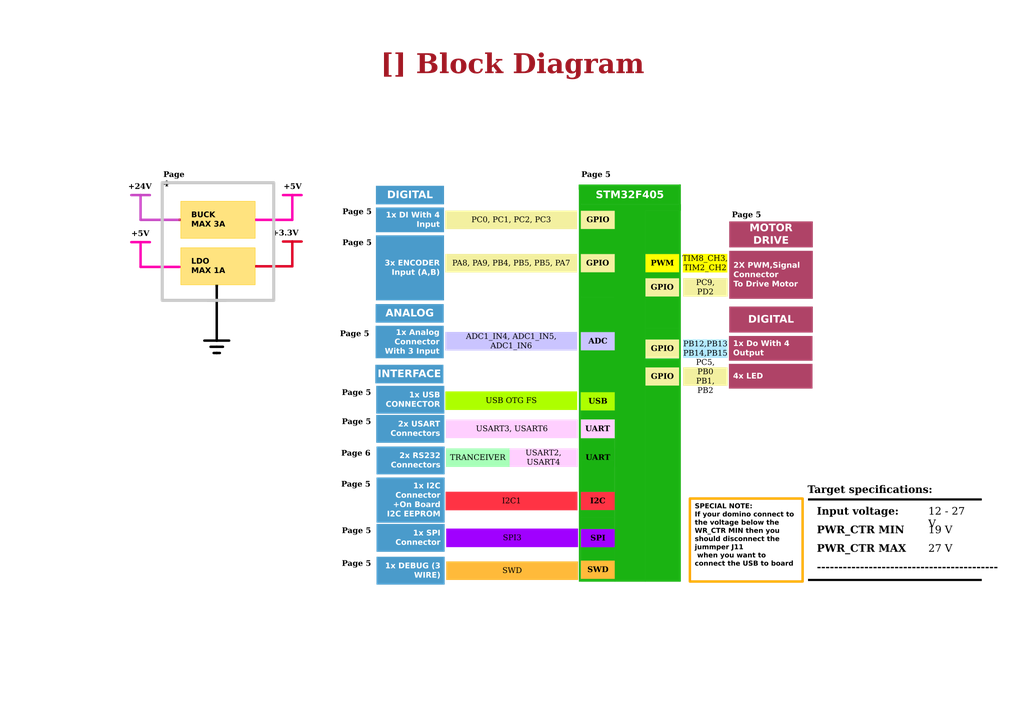
<source format=kicad_sch>
(kicad_sch
	(version 20231120)
	(generator "eeschema")
	(generator_version "8.0")
	(uuid "d4440dba-022e-49b2-97f2-6fc1871c7304")
	(paper "A3")
	(title_block
		(title "Block Diagram")
		(date "2024-11-24")
		(rev "${REVISION}")
		(company "${COMPANY}")
	)
	(lib_symbols)
	(polyline
		(pts
			(xy 119.888 99.06) (xy 116.078 99.06)
		)
		(stroke
			(width 1.016)
			(type default)
			(color 212 0 32 1)
		)
		(uuid "0ad822fe-b2bf-4728-8a43-796a70a9fcef")
	)
	(polyline
		(pts
			(xy 105.156 90.17) (xy 119.888 90.17)
		)
		(stroke
			(width 1.016)
			(type default)
			(color 255 0 171 1)
		)
		(uuid "0ed64fab-7c93-4b9e-8488-f7bf9ddb0328")
	)
	(polyline
		(pts
			(xy 88.9 139.7) (xy 93.98 139.7)
		)
		(stroke
			(width 1.016)
			(type default)
			(color 0 0 0 1)
		)
		(uuid "108b3f3d-7870-4a32-a39e-da98900ff511")
	)
	(polyline
		(pts
			(xy 57.658 100.076) (xy 57.658 109.474)
		)
		(stroke
			(width 1.016)
			(type default)
			(color 255 0 171 1)
		)
		(uuid "1777106b-889a-454f-a348-a633c84e0e33")
	)
	(polyline
		(pts
			(xy 119.888 80.01) (xy 116.078 80.01)
		)
		(stroke
			(width 1.016)
			(type default)
			(color 255 0 171 1)
		)
		(uuid "1b0d0315-6656-4680-af25-b250f62ec5f3")
	)
	(polyline
		(pts
			(xy 57.658 80.01) (xy 57.658 90.17)
		)
		(stroke
			(width 1.016)
			(type default)
			(color 198 71 194 1)
		)
		(uuid "21a79648-61f0-4be6-a4a4-b98eeda65143")
	)
	(polyline
		(pts
			(xy 119.888 99.06) (xy 119.888 109.22)
		)
		(stroke
			(width 1.016)
			(type default)
			(color 212 0 32 1)
		)
		(uuid "3a635095-522b-4f51-99df-2ea15d8aad82")
	)
	(polyline
		(pts
			(xy 90.17 144.78) (xy 88.9 144.78)
		)
		(stroke
			(width 1.016)
			(type default)
			(color 0 0 0 1)
		)
		(uuid "4843f438-0be6-4237-8e1d-81ed69202607")
	)
	(polyline
		(pts
			(xy 123.698 80.01) (xy 119.888 80.01)
		)
		(stroke
			(width 1.016)
			(type default)
			(color 255 0 171 1)
		)
		(uuid "5b1ffc3a-ecff-4205-9887-1fde1b3f29c7")
	)
	(polyline
		(pts
			(xy 83.82 139.7) (xy 88.9 139.7)
		)
		(stroke
			(width 1.016)
			(type default)
			(color 0 0 0 1)
		)
		(uuid "5c614747-4d35-44e5-a560-7918f1e9dd9d")
	)
	(polyline
		(pts
			(xy 73.66 109.474) (xy 57.658 109.474)
		)
		(stroke
			(width 1.016)
			(type default)
			(color 255 0 171 1)
		)
		(uuid "62f9a7d6-4a0e-4498-a7f9-88e0cf53b382")
	)
	(polyline
		(pts
			(xy 73.66 90.17) (xy 57.658 90.17)
		)
		(stroke
			(width 1.016)
			(type default)
			(color 198 71 194 1)
		)
		(uuid "734689b6-313b-4ec0-8e2e-e0b491f895c4")
	)
	(polyline
		(pts
			(xy 53.848 80.01) (xy 57.658 80.01)
		)
		(stroke
			(width 1.016)
			(type default)
			(color 198 71 194 1)
		)
		(uuid "7ae1c493-e7e4-4dbb-bb88-6bab6e4eaeb6")
	)
	(polyline
		(pts
			(xy 57.658 80.01) (xy 61.468 80.01)
		)
		(stroke
			(width 1.016)
			(type default)
			(color 198 71 194 1)
		)
		(uuid "8c32da8a-4531-44a0-8824-bbf140ba9e6a")
	)
	(polyline
		(pts
			(xy 88.9 117.348) (xy 88.9 139.7)
		)
		(stroke
			(width 1.016)
			(type default)
			(color 0 0 0 1)
		)
		(uuid "8f1e723c-cb46-42d5-9f0d-53653b347507")
	)
	(polyline
		(pts
			(xy 88.9 123.19) (xy 85.09 123.19)
		)
		(stroke
			(width 1.016)
			(type default)
			(color 0 0 0 1)
		)
		(uuid "906413a8-3629-4e1f-a212-33f5f54b8ca3")
	)
	(polyline
		(pts
			(xy 88.9 144.78) (xy 87.63 144.78)
		)
		(stroke
			(width 1.016)
			(type default)
			(color 0 0 0 1)
		)
		(uuid "9fd90c44-7057-4a26-a7ab-c33c5beb28e1")
	)
	(polyline
		(pts
			(xy 92.71 123.19) (xy 88.9 123.19)
		)
		(stroke
			(width 1.016)
			(type default)
			(color 0 0 0 1)
		)
		(uuid "a28c6aa9-e851-4c4a-a8b6-364b13034eaf")
	)
	(polyline
		(pts
			(xy 119.888 80.01) (xy 119.888 90.17)
		)
		(stroke
			(width 1.016)
			(type default)
			(color 255 0 171 1)
		)
		(uuid "a322456e-1e18-4992-b811-547b83e46d9a")
	)
	(polyline
		(pts
			(xy 123.698 99.06) (xy 119.888 99.06)
		)
		(stroke
			(width 1.016)
			(type default)
			(color 212 0 32 1)
		)
		(uuid "a97da915-ffc2-43ac-80c4-e7eb9cf7c5a5")
	)
	(polyline
		(pts
			(xy 53.848 99.314) (xy 57.658 99.314)
		)
		(stroke
			(width 1.016)
			(type default)
			(color 255 0 171 1)
		)
		(uuid "cb0f2604-a9f1-40b3-8ee1-51ab4d2592f4")
	)
	(polyline
		(pts
			(xy 91.44 142.24) (xy 88.9 142.24)
		)
		(stroke
			(width 1.016)
			(type default)
			(color 0 0 0 1)
		)
		(uuid "e812ef17-820a-4d51-ab4b-214bf4a7ff4f")
	)
	(polyline
		(pts
			(xy 105.156 109.22) (xy 119.888 109.22)
		)
		(stroke
			(width 1.016)
			(type default)
			(color 212 0 32 1)
		)
		(uuid "e98c2a4a-d187-46a2-8813-e5c9e3527045")
	)
	(polyline
		(pts
			(xy 88.9 142.24) (xy 86.36 142.24)
		)
		(stroke
			(width 1.016)
			(type default)
			(color 0 0 0 1)
		)
		(uuid "ecec9f07-c25e-4a64-8539-dbb99696f340")
	)
	(polyline
		(pts
			(xy 57.658 99.314) (xy 61.468 99.314)
		)
		(stroke
			(width 1.016)
			(type default)
			(color 255 0 171 1)
		)
		(uuid "fe4f51ec-7da7-431f-b0de-fc4410f6d67b")
	)
	(rectangle
		(start 104.775 108.839)
		(end 105.41 109.601)
		(stroke
			(width 0.25)
			(type default)
			(color 212 0 32 1)
		)
		(fill
			(type color)
			(color 212 0 32 1)
		)
		(uuid 0237e457-1554-43e7-a04a-9bbc304cb750)
	)
	(rectangle
		(start 237.998 143.764)
		(end 252.984 160.782)
		(stroke
			(width 0)
			(type default)
			(color 26 179 18 1)
		)
		(fill
			(type color)
			(color 26 179 18 1)
		)
		(uuid 05c43237-d989-46c7-a838-1fe3e687d325)
	)
	(rectangle
		(start 238.125 188.722)
		(end 252.095 201.676)
		(stroke
			(width 0)
			(type default)
			(color 26 179 18 1)
		)
		(fill
			(type color)
			(color 26 179 18 1)
		)
		(uuid 11dfa1b2-af66-453a-8513-a6600dc1ac86)
	)
	(rectangle
		(start 264.668 121.666)
		(end 278.638 134.62)
		(stroke
			(width 0)
			(type default)
			(color 26 179 18 1)
		)
		(fill
			(type color)
			(color 26 179 18 1)
		)
		(uuid 18d023c4-e3f0-46c9-87ca-5d30d9cdf2c3)
	)
	(rectangle
		(start 74.168 82.55)
		(end 104.648 97.79)
		(stroke
			(width 0)
			(type default)
			(color 255 200 0 0.5019607843)
		)
		(fill
			(type color)
			(color 255 200 0 0.5019607843)
		)
		(uuid 2d9051c0-06cf-4e3a-9d86-de06c0d33079)
	)
	(rectangle
		(start 73.406 89.789)
		(end 74.041 90.551)
		(stroke
			(width 0.25)
			(type default)
			(color 200 50 50 1)
		)
		(fill
			(type color)
			(color 200 50 50 1)
		)
		(uuid 3070d984-75bc-40bb-a077-beeef2510c95)
	)
	(rectangle
		(start 237.998 121.92)
		(end 253.492 130.556)
		(stroke
			(width 0)
			(type default)
			(color 26 179 18 1)
		)
		(fill
			(type color)
			(color 26 179 18 1)
		)
		(uuid 39c3df59-f9d6-4c44-9610-c14f06418e27)
	)
	(rectangle
		(start 264.668 158.242)
		(end 278.638 238.506)
		(stroke
			(width 0)
			(type default)
			(color 26 179 18 1)
		)
		(fill
			(type color)
			(color 26 179 18 1)
		)
		(uuid 3a6c1391-840d-4a80-9739-78b63fe94339)
	)
	(rectangle
		(start 237.998 129.032)
		(end 252.73 136.144)
		(stroke
			(width 0)
			(type default)
			(color 26 179 18 1)
		)
		(fill
			(type color)
			(color 26 179 18 1)
		)
		(uuid 421816ca-5f12-4e86-8e69-316b379c8971)
	)
	(rectangle
		(start 238.125 179.832)
		(end 252.095 188.722)
		(stroke
			(width 0)
			(type default)
			(color 26 179 18 1)
		)
		(fill
			(type color)
			(color 26 179 18 1)
		)
		(uuid 494e1b8b-bfab-4573-9a40-7671a745085d)
	)
	(rectangle
		(start 237.49 75.819)
		(end 278.892 77.724)
		(stroke
			(width 0.254)
			(type default)
			(color 26 179 18 1)
		)
		(fill
			(type color)
			(color 26 179 18 1)
		)
		(uuid 55bb8f5d-1716-457c-ab18-7887e7f79c32)
	)
	(rectangle
		(start 238.252 168.402)
		(end 253.238 171.958)
		(stroke
			(width 0)
			(type default)
			(color 26 179 18 1)
		)
		(fill
			(type color)
			(color 26 179 18 1)
		)
		(uuid 58f17e34-6a75-4b01-9888-de3e158f45ac)
	)
	(rectangle
		(start 238.125 209.296)
		(end 252.095 212.09)
		(stroke
			(width 0)
			(type default)
			(color 26 179 18 1)
		)
		(fill
			(type color)
			(color 26 179 18 1)
		)
		(uuid 71407ecb-5c3d-448e-87cf-b2dceee6f6d5)
	)
	(rectangle
		(start 264.668 147.066)
		(end 278.638 150.622)
		(stroke
			(width 0)
			(type default)
			(color 26 179 18 1)
		)
		(fill
			(type color)
			(color 26 179 18 1)
		)
		(uuid 7b00098c-493f-4a60-939b-e9006510ce9f)
	)
	(rectangle
		(start 237.998 111.76)
		(end 252.984 121.92)
		(stroke
			(width 0)
			(type default)
			(color 26 179 18 1)
		)
		(fill
			(type color)
			(color 26 179 18 1)
		)
		(uuid 7b3048d9-9f27-43c5-89d8-687bf1563aee)
	)
	(rectangle
		(start 278.638 75.692)
		(end 279.146 238.506)
		(stroke
			(width 0)
			(type default)
			(color 26 179 18 1)
		)
		(fill
			(type color)
			(color 26 179 18 1)
		)
		(uuid 82b7fc9f-5c53-4bad-ac33-36ff04086978)
	)
	(rectangle
		(start 331.47 237.49)
		(end 402.59 238.252)
		(stroke
			(width 0)
			(type default)
			(color 0 0 0 1)
		)
		(fill
			(type color)
			(color 0 0 0 1)
		)
		(uuid 8956a1c0-282a-4b1e-927b-8bc74278d14f)
	)
	(rectangle
		(start 238.252 224.536)
		(end 252.222 229.87)
		(stroke
			(width 0)
			(type default)
			(color 26 179 18 1)
		)
		(fill
			(type color)
			(color 26 179 18 1)
		)
		(uuid 8a491d94-8f65-4b93-aa4b-9768a08a8e19)
	)
	(rectangle
		(start 74.168 101.6)
		(end 104.648 116.84)
		(stroke
			(width 0)
			(type default)
			(color 255 200 0 0.5019607843)
		)
		(fill
			(type color)
			(color 255 200 0 0.5019607843)
		)
		(uuid a47826fc-526c-4a52-84ae-b6a04e3e3b0c)
	)
	(rectangle
		(start 237.998 83.82)
		(end 279.146 86.36)
		(stroke
			(width 0)
			(type default)
			(color 26 179 18 1)
		)
		(fill
			(type color)
			(color 26 179 18 1)
		)
		(uuid a952ed71-59f7-4034-9137-c9beed0052e5)
	)
	(rectangle
		(start 66.548 74.93)
		(end 112.268 123.19)
		(stroke
			(width 1.27)
			(type default)
			(color 200 200 200 1)
		)
		(fill
			(type none)
		)
		(uuid b5318274-8945-46d8-99fc-2fb62def5b67)
	)
	(rectangle
		(start 252.222 85.725)
		(end 264.668 238.506)
		(stroke
			(width 0)
			(type default)
			(color 26 179 18 1)
		)
		(fill
			(type color)
			(color 26 179 18 1)
		)
		(uuid b5912d90-a2e6-47a8-b37f-79df93690db6)
	)
	(rectangle
		(start 88.392 116.84)
		(end 89.408 117.602)
		(stroke
			(width 0.001)
			(type default)
			(color 0 0 0 1)
		)
		(fill
			(type color)
			(color 0 0 0 1)
		)
		(uuid b708d319-09b2-4d42-8c3b-186b2ae54113)
	)
	(rectangle
		(start 264.668 134.62)
		(end 278.638 139.192)
		(stroke
			(width 0)
			(type default)
			(color 26 179 18 1)
		)
		(fill
			(type color)
			(color 26 179 18 1)
		)
		(uuid bdbbf18e-6f1e-46bc-83ed-402e06ceb661)
	)
	(rectangle
		(start 264.668 111.76)
		(end 278.638 114.046)
		(stroke
			(width 0)
			(type default)
			(color 26 179 18 1)
		)
		(fill
			(type color)
			(color 26 179 18 1)
		)
		(uuid be3f6889-490c-44fa-9418-f01ed8476be7)
	)
	(rectangle
		(start 238.252 237.49)
		(end 252.222 238.506)
		(stroke
			(width 0)
			(type default)
			(color 26 179 18 1)
		)
		(fill
			(type color)
			(color 26 179 18 1)
		)
		(uuid cd2991a4-4406-4151-b254-070ddb08d189)
	)
	(rectangle
		(start 264.668 86.36)
		(end 278.638 104.14)
		(stroke
			(width 0)
			(type default)
			(color 26 179 18 1)
		)
		(fill
			(type color)
			(color 26 179 18 1)
		)
		(uuid cdf72398-0431-4b4b-8fdb-00fcbee68e2a)
	)
	(rectangle
		(start 331.47 204.47)
		(end 402.59 205.232)
		(stroke
			(width 0)
			(type default)
			(color 0 0 0 1)
		)
		(fill
			(type color)
			(color 0 0 0 1)
		)
		(uuid d631d51a-2515-45dc-a2c0-e57c4fee46cd)
	)
	(rectangle
		(start 237.49 75.946)
		(end 238.125 238.506)
		(stroke
			(width 0)
			(type default)
			(color 26 179 18 1)
		)
		(fill
			(type color)
			(color 26 179 18 1)
		)
		(uuid d92c43be-acae-42f6-9179-96820bcc6ef2)
	)
	(rectangle
		(start 104.775 89.789)
		(end 105.41 90.551)
		(stroke
			(width 0.25)
			(type default)
			(color 255 0 171 1)
		)
		(fill
			(type color)
			(color 255 0 171 1)
		)
		(uuid e7ce496d-41ff-4f99-ad4b-3310127e6767)
	)
	(rectangle
		(start 237.998 93.98)
		(end 252.984 104.14)
		(stroke
			(width 0)
			(type default)
			(color 26 179 18 1)
		)
		(fill
			(type color)
			(color 26 179 18 1)
		)
		(uuid f4ff3a95-a29b-44f5-99fe-90e2d6c5e225)
	)
	(rectangle
		(start 238.125 212.09)
		(end 252.095 216.916)
		(stroke
			(width 0)
			(type default)
			(color 26 179 18 1)
		)
		(fill
			(type color)
			(color 26 179 18 1)
		)
		(uuid f76ddc45-e65a-4922-ae69-b7ec11afb067)
	)
	(text_box "PWR_CTR MAX\n"
		(exclude_from_sim no)
		(at 332.74 220.98 0)
		(size 41.91 7.62)
		(stroke
			(width -0.0001)
			(type default)
		)
		(fill
			(type none)
		)
		(effects
			(font
				(face "Times New Roman")
				(size 3.048 3.048)
				(thickness 0.4572)
				(bold yes)
				(color 0 0 0 1)
			)
			(justify left top)
		)
		(uuid "094af17b-7d27-428a-ac7d-32c4461d72c7")
	)
	(text_box "LDO\nMAX 1A"
		(exclude_from_sim no)
		(at 76.708 104.14 0)
		(size 25.4 10.16)
		(stroke
			(width -0.0001)
			(type default)
		)
		(fill
			(type none)
		)
		(effects
			(font
				(face "Arial")
				(size 2.286 2.286)
				(thickness 0.254)
				(bold yes)
				(color 0 0 0 1)
			)
			(justify left top)
		)
		(uuid "09ba23be-b0e7-4b83-8609-d145cf0340f4")
	)
	(text_box "GPIO\n"
		(exclude_from_sim no)
		(at 237.998 104.14 0)
		(size 14.224 7.62)
		(stroke
			(width -0.0001)
			(type default)
		)
		(fill
			(type color)
			(color 243 240 160 1)
		)
		(effects
			(font
				(face "Times New Roman")
				(size 2.286 2.286)
				(bold yes)
				(color 0 0 0 1)
			)
		)
		(uuid "0aa0c4e1-070f-42df-94e3-eb4334e328f3")
	)
	(text_box "TRANCEIVER"
		(exclude_from_sim no)
		(at 182.88 183.896 0)
		(size 26.162 7.62)
		(stroke
			(width -0.0001)
			(type default)
		)
		(fill
			(type color)
			(color 167 255 184 1)
		)
		(effects
			(font
				(face "Times New Roman")
				(size 2.286 2.286)
				(italic yes)
				(color 0 0 0 1)
			)
		)
		(uuid "0ab5ede9-7258-463b-a28c-22e76d361197")
	)
	(text_box "GPIO"
		(exclude_from_sim no)
		(at 264.668 150.622 0)
		(size 13.97 7.62)
		(stroke
			(width -0.0001)
			(type default)
		)
		(fill
			(type color)
			(color 243 240 160 1)
		)
		(effects
			(font
				(face "Times New Roman")
				(size 2.286 2.286)
				(bold yes)
				(color 0 0 0 1)
			)
		)
		(uuid "10800525-1f85-4d6d-8e08-6c99b303cda7")
	)
	(text_box "Page 6"
		(exclude_from_sim no)
		(at 135.89 182.88 0)
		(size 17.78 5.08)
		(stroke
			(width -0.0001)
			(type default)
		)
		(fill
			(type none)
		)
		(effects
			(font
				(face "Times New Roman")
				(size 2.286 2.286)
				(thickness 0.4572)
				(bold yes)
				(color 0 0 0 1)
			)
			(justify right top)
			(href "#6")
		)
		(uuid "11634a3b-e86a-429f-9e7f-632bf4472d58")
	)
	(text_box "PWR_CTR MIN"
		(exclude_from_sim no)
		(at 332.74 213.36 0)
		(size 43.18 7.62)
		(stroke
			(width -0.0001)
			(type default)
		)
		(fill
			(type none)
		)
		(effects
			(font
				(face "Times New Roman")
				(size 3.048 3.048)
				(thickness 0.4572)
				(bold yes)
				(color 0 0 0 1)
			)
			(justify left top)
		)
		(uuid "16ff5c12-a59a-498f-9a58-8440cea84b9d")
	)
	(text_box "PA8, PA9, PB4, PB5, PB5, PA7\n"
		(exclude_from_sim no)
		(at 182.626 104.14 0)
		(size 54.102 7.62)
		(stroke
			(width -0.0001)
			(type default)
		)
		(fill
			(type color)
			(color 243 240 160 1)
		)
		(effects
			(font
				(face "Times New Roman")
				(size 2.286 2.286)
				(italic yes)
				(color 0 0 0 1)
			)
		)
		(uuid "1987247e-db63-4ffa-a72e-634d9843c64c")
	)
	(text_box "STM32F405\n"
		(exclude_from_sim no)
		(at 237.998 76.2 0)
		(size 40.64 7.62)
		(stroke
			(width -0.0001)
			(type default)
		)
		(fill
			(type color)
			(color 26 179 18 1)
		)
		(effects
			(font
				(face "Arial")
				(size 3.048 3.048)
				(bold yes)
				(color 255 255 255 1)
			)
		)
		(uuid "1d0d83c3-74d6-4a1f-8c3f-65fbe3fb5ec9")
	)
	(text_box "USART3, USART6"
		(exclude_from_sim no)
		(at 182.88 172.085 0)
		(size 54.102 7.62)
		(stroke
			(width -0.0001)
			(type default)
		)
		(fill
			(type color)
			(color 255 207 255 1)
		)
		(effects
			(font
				(face "Times New Roman")
				(size 2.286 2.286)
				(italic yes)
				(color 0 0 0 1)
			)
		)
		(uuid "205684f9-9b3f-4aef-bbd6-2a2cbf506b65")
	)
	(text_box "PC5, PB0\nPB1, PB2"
		(exclude_from_sim no)
		(at 280.162 150.622 0)
		(size 18.288 7.62)
		(stroke
			(width -0.0001)
			(type default)
		)
		(fill
			(type color)
			(color 243 240 160 1)
		)
		(effects
			(font
				(face "Times New Roman")
				(size 2.286 2.286)
				(italic yes)
				(color 0 0 0 1)
			)
		)
		(uuid "2767669b-e7e4-44c9-892c-40996affcd9d")
	)
	(text_box "GPIO\n"
		(exclude_from_sim no)
		(at 237.998 86.36 0)
		(size 14.478 7.62)
		(stroke
			(width -0.0001)
			(type default)
		)
		(fill
			(type color)
			(color 243 240 160 1)
		)
		(effects
			(font
				(face "Times New Roman")
				(size 2.286 2.286)
				(bold yes)
				(color 0 0 0 1)
			)
		)
		(uuid "29f18459-3b0c-4e53-a96d-cae677d37f45")
	)
	(text_box "1x I2C Connector +On Board \nI2C EEPROM"
		(exclude_from_sim no)
		(at 154.432 195.834 0)
		(size 27.94 18.542)
		(stroke
			(width -0.0001)
			(type default)
		)
		(fill
			(type color)
			(color 74 155 203 1)
		)
		(effects
			(font
				(face "Arial")
				(size 2.286 2.286)
				(bold yes)
				(color 255 255 255 1)
			)
			(justify right)
		)
		(uuid "2aca9bcf-9458-4a2f-afe4-b75d7388a3c6")
	)
	(text_box "Page 5"
		(exclude_from_sim no)
		(at 298.45 85.09 0)
		(size 17.78 5.08)
		(stroke
			(width -0.0001)
			(type default)
		)
		(fill
			(type none)
		)
		(effects
			(font
				(face "Times New Roman")
				(size 2.286 2.286)
				(thickness 0.4572)
				(bold yes)
				(color 0 0 0 1)
			)
			(justify left top)
			(href "#5")
		)
		(uuid "2c748904-640a-4790-9cd3-81e6145a1f3e")
	)
	(text_box "TIM8_CH3, TIM2_CH2"
		(exclude_from_sim no)
		(at 280.035 104.14 0)
		(size 18.288 7.62)
		(stroke
			(width -0.0001)
			(type default)
		)
		(fill
			(type color)
			(color 255 255 0 1)
		)
		(effects
			(font
				(face "Times New Roman")
				(size 2.286 2.286)
				(italic yes)
				(color 0 0 0 1)
			)
		)
		(uuid "2eccac48-a697-4b98-a3f1-dcbeefca3094")
	)
	(text_box "2x USART Connectors\n"
		(exclude_from_sim no)
		(at 154.305 170.18 0)
		(size 27.94 11.43)
		(stroke
			(width -0.0001)
			(type default)
		)
		(fill
			(type color)
			(color 74 155 203 1)
		)
		(effects
			(font
				(face "Arial")
				(size 2.286 2.286)
				(bold yes)
				(color 255 255 255 1)
			)
			(justify right)
		)
		(uuid "32c23ccc-fabe-4f57-b4c2-3fe0bf86adec")
	)
	(text_box "Input voltage:"
		(exclude_from_sim no)
		(at 332.74 205.74 0)
		(size 41.91 7.62)
		(stroke
			(width -0.0001)
			(type default)
		)
		(fill
			(type none)
		)
		(effects
			(font
				(face "Times New Roman")
				(size 3.048 3.048)
				(thickness 0.4572)
				(bold yes)
				(color 0 0 0 1)
			)
			(justify left top)
		)
		(uuid "347e7e61-7c93-449c-8c65-b1d74937394e")
	)
	(text_box "PC0, PC1, PC2, PC3"
		(exclude_from_sim no)
		(at 182.626 86.36 0)
		(size 54.102 7.62)
		(stroke
			(width -0.0001)
			(type default)
		)
		(fill
			(type color)
			(color 243 240 160 1)
		)
		(effects
			(font
				(face "Times New Roman")
				(size 2.286 2.286)
				(italic yes)
				(color 0 0 0 1)
			)
		)
		(uuid "34f97dad-9bc3-424e-b006-bedf003458aa")
	)
	(text_box "UART"
		(exclude_from_sim no)
		(at 238.252 183.896 0)
		(size 13.97 7.62)
		(stroke
			(width -0.0001)
			(type default)
		)
		(fill
			(type color)
			(color 255 207 255 1)
		)
		(effects
			(font
				(face "Times New Roman")
				(size 2.286 2.286)
				(bold yes)
				(color 0 0 0 1)
			)
		)
		(uuid "37b1bdd7-5c22-4851-8809-88078941cf89")
	)
	(text_box "19 V\n"
		(exclude_from_sim no)
		(at 378.46 213.36 0)
		(size 24.13 7.62)
		(stroke
			(width -0.0001)
			(type default)
		)
		(fill
			(type none)
		)
		(effects
			(font
				(face "Times New Roman")
				(size 3.048 3.048)
				(color 0 0 0 1)
			)
			(justify left top)
		)
		(uuid "3d9a8928-04fd-4c32-8894-e3210045027d")
	)
	(text_box "SWD\n"
		(exclude_from_sim no)
		(at 238.252 229.87 0)
		(size 13.97 7.62)
		(stroke
			(width -0.0001)
			(type default)
		)
		(fill
			(type color)
			(color 255 186 58 1)
		)
		(effects
			(font
				(face "Times New Roman")
				(size 2.286 2.286)
				(bold yes)
				(color 0 0 0 1)
			)
		)
		(uuid "3e82098d-ddf6-486c-af3a-c2d9d5381d08")
	)
	(text_box "PC9, PD2\n"
		(exclude_from_sim no)
		(at 280.162 114.046 0)
		(size 18.288 7.62)
		(stroke
			(width -0.0001)
			(type default)
		)
		(fill
			(type color)
			(color 243 240 160 1)
		)
		(effects
			(font
				(face "Times New Roman")
				(size 2.286 2.286)
				(italic yes)
				(color 0 0 0 1)
			)
		)
		(uuid "414ca253-2d2a-4700-82fd-614834cc1332")
	)
	(text_box "1x Analog Connector\nWith 3 Input"
		(exclude_from_sim no)
		(at 154.051 133.604 0)
		(size 27.94 13.335)
		(stroke
			(width -0.0001)
			(type default)
		)
		(fill
			(type color)
			(color 74 155 203 1)
		)
		(effects
			(font
				(face "Arial")
				(size 2.286 2.286)
				(bold yes)
				(color 255 255 255 1)
			)
			(justify right)
		)
		(uuid "4299d747-90ff-4a47-9b32-97c12f9ab979")
	)
	(text_box "ADC1_IN4, ADC1_IN5, ADC1_IN6\n"
		(exclude_from_sim no)
		(at 182.626 136.144 0)
		(size 54.102 7.62)
		(stroke
			(width -0.0001)
			(type default)
		)
		(fill
			(type color)
			(color 202 196 255 1)
		)
		(effects
			(font
				(face "Times New Roman")
				(size 2.286 2.286)
				(italic yes)
				(color 0 0 0 1)
			)
		)
		(uuid "4be2fbb4-9521-4c43-b13b-45298595a8b7")
	)
	(text_box "MOTOR DRIVE"
		(exclude_from_sim no)
		(at 299.085 90.805 0)
		(size 34.29 10.668)
		(stroke
			(width -0.0001)
			(type default)
		)
		(fill
			(type color)
			(color 175 67 103 1)
		)
		(effects
			(font
				(face "Arial")
				(size 3.048 3.048)
				(bold yes)
				(color 255 255 255 1)
			)
		)
		(uuid "50f90389-4852-4d94-a1e5-f12357304e05")
	)
	(text_box "1x DEBUG (3 WIRE)\n"
		(exclude_from_sim no)
		(at 154.432 228.346 0)
		(size 27.94 11.43)
		(stroke
			(width -0.0001)
			(type default)
		)
		(fill
			(type color)
			(color 74 155 203 1)
		)
		(effects
			(font
				(face "Arial")
				(size 2.286 2.286)
				(bold yes)
				(color 255 255 255 1)
			)
			(justify right)
		)
		(uuid "5312d14f-3d7a-49fa-b721-68ada6f720fe")
	)
	(text_box "SPI"
		(exclude_from_sim no)
		(at 238.252 216.916 0)
		(size 13.97 7.62)
		(stroke
			(width -0.0001)
			(type default)
		)
		(fill
			(type color)
			(color 160 0 255 1)
		)
		(effects
			(font
				(face "Times New Roman")
				(size 2.286 2.286)
				(bold yes)
				(color 0 0 0 1)
			)
		)
		(uuid "56a54df9-a89e-4fb1-b2ff-4706a88dc235")
	)
	(text_box "1x DI With 4 Input"
		(exclude_from_sim no)
		(at 154.178 85.09 0)
		(size 27.94 10.16)
		(stroke
			(width -0.0001)
			(type default)
		)
		(fill
			(type color)
			(color 74 155 203 1)
		)
		(effects
			(font
				(face "Arial")
				(size 2.286 2.286)
				(bold yes)
				(color 255 255 255 1)
			)
			(justify right)
		)
		(uuid "5a2e6555-9060-4d4a-9a34-a05560ac30d8")
	)
	(text_box "SWD"
		(exclude_from_sim no)
		(at 183.007 230.251 0)
		(size 54.102 7.62)
		(stroke
			(width -0.0001)
			(type default)
		)
		(fill
			(type color)
			(color 255 186 58 1)
		)
		(effects
			(font
				(face "Times New Roman")
				(size 2.286 2.286)
				(italic yes)
				(color 0 0 0 1)
			)
		)
		(uuid "5bab6e89-c938-4d61-bf2a-408dd177d067")
	)
	(text_box "1x SPI Connector"
		(exclude_from_sim no)
		(at 154.432 214.884 0)
		(size 27.94 11.43)
		(stroke
			(width -0.0001)
			(type default)
		)
		(fill
			(type color)
			(color 74 155 203 1)
		)
		(effects
			(font
				(face "Arial")
				(size 2.286 2.286)
				(bold yes)
				(color 255 255 255 1)
			)
			(justify right)
		)
		(uuid "5ea8c1a9-b47e-4d29-adf2-38db4f59b1bb")
	)
	(text_box "4x LED"
		(exclude_from_sim no)
		(at 298.958 149.225 0)
		(size 34.29 10.16)
		(stroke
			(width -0.0001)
			(type default)
		)
		(fill
			(type color)
			(color 175 67 103 1)
		)
		(effects
			(font
				(face "Arial")
				(size 2.286 2.286)
				(bold yes)
				(color 255 255 255 1)
			)
			(justify left)
		)
		(uuid "5f14182b-c93f-4d15-9db7-1a029aadad7b")
	)
	(text_box "USART2, USART4\n"
		(exclude_from_sim no)
		(at 208.788 183.896 0)
		(size 28.194 7.62)
		(stroke
			(width -0.0001)
			(type default)
		)
		(fill
			(type color)
			(color 255 207 255 1)
		)
		(effects
			(font
				(face "Times New Roman")
				(size 2.286 2.286)
				(italic yes)
				(color 0 0 0 1)
			)
		)
		(uuid "68f3c9be-ffcd-4aa1-b953-9e4b330566d2")
	)
	(text_box "2X PWM,Signal Connector\nTo Drive Motor"
		(exclude_from_sim no)
		(at 299.085 102.87 0)
		(size 34.29 19.685)
		(stroke
			(width -0.0001)
			(type default)
		)
		(fill
			(type color)
			(color 175 67 103 1)
		)
		(effects
			(font
				(face "Arial")
				(size 2.286 2.286)
				(bold yes)
				(color 255 255 255 1)
			)
			(justify left)
		)
		(uuid "6f80972b-0868-4998-bb39-1d5e548cee7c")
	)
	(text_box "Page 5\n"
		(exclude_from_sim no)
		(at 136.144 157.988 0)
		(size 17.78 5.08)
		(stroke
			(width -0.0001)
			(type default)
		)
		(fill
			(type none)
		)
		(effects
			(font
				(face "Times New Roman")
				(size 2.286 2.286)
				(thickness 0.4572)
				(bold yes)
				(color 0 0 0 1)
			)
			(justify right top)
			(href "#5")
		)
		(uuid "70daffc3-2070-4337-a103-7fe084f5ffc1")
	)
	(text_box "[${#}] ${TITLE}"
		(exclude_from_sim no)
		(at 144.78 20.32 0)
		(size 130.81 12.7)
		(stroke
			(width -0.0001)
			(type default)
		)
		(fill
			(type none)
		)
		(effects
			(font
				(face "Times New Roman")
				(size 8 8)
				(thickness 1.2)
				(bold yes)
				(color 162 22 34 1)
			)
		)
		(uuid "73b2b29c-2473-4e80-be0b-4f57c6856c3e")
	)
	(text_box "Page 5\n"
		(exclude_from_sim no)
		(at 135.89 195.58 0)
		(size 17.78 5.08)
		(stroke
			(width -0.0001)
			(type default)
		)
		(fill
			(type none)
		)
		(effects
			(font
				(face "Times New Roman")
				(size 2.286 2.286)
				(thickness 0.4572)
				(bold yes)
				(color 0 0 0 1)
			)
			(justify right top)
			(href "#5")
		)
		(uuid "79d66000-4d4a-4ad9-8157-fdbb674fd24d")
	)
	(text_box "Page 4\n"
		(exclude_from_sim no)
		(at 65.278 68.58 0)
		(size 13.97 5.08)
		(stroke
			(width -0.0001)
			(type default)
		)
		(fill
			(type none)
		)
		(effects
			(font
				(face "Times New Roman")
				(size 2.286 2.286)
				(thickness 0.4572)
				(bold yes)
				(color 0 0 0 1)
			)
			(justify left top)
			(href "#4")
		)
		(uuid "7d0acf89-7773-4e7f-ac89-c1f23d71a151")
	)
	(text_box "Page 5\n"
		(exclude_from_sim no)
		(at 135.382 133.858 0)
		(size 17.78 5.08)
		(stroke
			(width -0.0001)
			(type default)
		)
		(fill
			(type none)
		)
		(effects
			(font
				(face "Times New Roman")
				(size 2.286 2.286)
				(thickness 0.4572)
				(bold yes)
				(color 0 0 0 1)
			)
			(justify right top)
			(href "#5")
		)
		(uuid "7e1549f9-ed1a-486d-b663-7ab14f355318")
	)
	(text_box "Target specifications:"
		(exclude_from_sim no)
		(at 328.93 196.85 0)
		(size 73.66 7.62)
		(stroke
			(width -0.0001)
			(type default)
		)
		(fill
			(type none)
		)
		(effects
			(font
				(face "Times New Roman")
				(size 3.048 3.048)
				(thickness 0.4572)
				(bold yes)
				(color 0 0 0 1)
			)
			(justify left top)
		)
		(uuid "874bfc99-fafe-40d4-b7af-9ddb98b61eea")
	)
	(text_box "SPI3\n"
		(exclude_from_sim no)
		(at 183.007 216.789 0)
		(size 54.102 7.62)
		(stroke
			(width -0.0001)
			(type default)
		)
		(fill
			(type color)
			(color 160 0 255 1)
		)
		(effects
			(font
				(face "Times New Roman")
				(size 2.286 2.286)
				(italic yes)
				(color 0 0 0 1)
			)
		)
		(uuid "8a528ec0-8301-44e4-8e24-2dca94e7dd01")
	)
	(text_box "2x RS232 Connectors\n"
		(exclude_from_sim no)
		(at 154.432 183.134 0)
		(size 27.94 11.43)
		(stroke
			(width -0.0001)
			(type default)
		)
		(fill
			(type color)
			(color 74 155 203 1)
		)
		(effects
			(font
				(face "Arial")
				(size 2.286 2.286)
				(bold yes)
				(color 255 255 255 1)
			)
			(justify right)
		)
		(uuid "8aca2ad9-72ae-4f18-b3f5-14cc29ff085e")
	)
	(text_box "27 V\n"
		(exclude_from_sim no)
		(at 378.46 220.98 0)
		(size 24.13 7.62)
		(stroke
			(width -0.0001)
			(type default)
		)
		(fill
			(type none)
		)
		(effects
			(font
				(face "Times New Roman")
				(size 3.048 3.048)
				(color 0 0 0 1)
			)
			(justify left top)
		)
		(uuid "8d13c5b4-c5e0-49ad-8e30-5a14333c15f4")
	)
	(text_box "ADC"
		(exclude_from_sim no)
		(at 238.252 136.144 0)
		(size 13.97 7.62)
		(stroke
			(width -0.0001)
			(type default)
		)
		(fill
			(type color)
			(color 202 196 255 1)
		)
		(effects
			(font
				(face "Times New Roman")
				(size 2.286 2.286)
				(bold yes)
				(color 0 0 0 1)
			)
		)
		(uuid "8d5e3fa3-e0ae-46de-9bca-be5f9d003da2")
	)
	(text_box "Page 5\n"
		(exclude_from_sim no)
		(at 136.144 228.092 0)
		(size 17.78 5.08)
		(stroke
			(width -0.0001)
			(type default)
		)
		(fill
			(type none)
		)
		(effects
			(font
				(face "Times New Roman")
				(size 2.286 2.286)
				(thickness 0.4572)
				(bold yes)
				(color 0 0 0 1)
			)
			(justify right top)
			(href "#5")
		)
		(uuid "901efec2-2f09-49ee-b3ad-d771b572ffc0")
	)
	(text_box "DIGITAL"
		(exclude_from_sim no)
		(at 299.085 125.73 0)
		(size 34.29 10.668)
		(stroke
			(width -0.0001)
			(type default)
		)
		(fill
			(type color)
			(color 175 67 103 1)
		)
		(effects
			(font
				(face "Arial")
				(size 3.048 3.048)
				(bold yes)
				(color 255 255 255 1)
			)
		)
		(uuid "94ad071d-b9e3-47be-88ff-616468362195")
	)
	(text_box "Page 5"
		(exclude_from_sim no)
		(at 136.398 83.82 0)
		(size 17.78 5.08)
		(stroke
			(width -0.0001)
			(type default)
		)
		(fill
			(type none)
		)
		(effects
			(font
				(face "Times New Roman")
				(size 2.286 2.286)
				(thickness 0.4572)
				(bold yes)
				(color 0 0 0 1)
			)
			(justify right top)
			(href "#5")
		)
		(uuid "9e4a510b-5c75-46a6-9e6e-397aa68ebd40")
	)
	(text_box "SPECIAL NOTE:\nIf your domino connect to the voltage below the WR_CTR MIN then you should disconnect the jummper J11\n when you want to connect the USB to board\n"
		(exclude_from_sim no)
		(at 282.956 204.47 0)
		(size 46.228 34.036)
		(stroke
			(width 1)
			(type solid)
			(color 255 165 0 1)
		)
		(fill
			(type none)
		)
		(effects
			(font
				(face "Arial")
				(size 2 2)
				(thickness 0.4)
				(bold yes)
				(color 0 0 0 1)
			)
			(justify left top)
		)
		(uuid "a3b69e57-cc97-464b-82b9-21a428f8448e")
	)
	(text_box "Page 5\n"
		(exclude_from_sim no)
		(at 136.144 214.63 0)
		(size 17.78 5.08)
		(stroke
			(width -0.0001)
			(type default)
		)
		(fill
			(type none)
		)
		(effects
			(font
				(face "Times New Roman")
				(size 2.286 2.286)
				(thickness 0.4572)
				(bold yes)
				(color 0 0 0 1)
			)
			(justify right top)
			(href "#5")
		)
		(uuid "a5bea9ce-72c2-4c8c-9b20-35eabeedabac")
	)
	(text_box "DIGITAL"
		(exclude_from_sim no)
		(at 154.178 76.2 0)
		(size 27.94 7.62)
		(stroke
			(width -0.0001)
			(type default)
		)
		(fill
			(type color)
			(color 74 155 203 1)
		)
		(effects
			(font
				(face "Arial")
				(size 3.048 3.048)
				(bold yes)
				(color 255 255 255 1)
			)
		)
		(uuid "a5dfea43-92a3-4c4a-a914-eb784ef96d73")
	)
	(text_box "GPIO\n"
		(exclude_from_sim no)
		(at 264.668 114.046 0)
		(size 13.843 7.62)
		(stroke
			(width -0.0001)
			(type default)
		)
		(fill
			(type color)
			(color 243 240 160 1)
		)
		(effects
			(font
				(face "Times New Roman")
				(size 2.286 2.286)
				(bold yes)
				(color 0 0 0 1)
			)
		)
		(uuid "a64972cf-ab13-4052-836f-c2d3c034cd81")
	)
	(text_box "INTERFACE\n"
		(exclude_from_sim no)
		(at 153.924 149.606 0)
		(size 27.94 7.62)
		(stroke
			(width -0.0001)
			(type default)
		)
		(fill
			(type color)
			(color 74 155 203 1)
		)
		(effects
			(font
				(face "Arial")
				(size 3.048 3.048)
				(bold yes)
				(color 255 255 255 1)
			)
		)
		(uuid "a690b235-d091-425e-9f02-a695169aa575")
	)
	(text_box "12 - 27 V"
		(exclude_from_sim no)
		(at 378.46 205.74 0)
		(size 24.13 7.62)
		(stroke
			(width -0.0001)
			(type default)
		)
		(fill
			(type none)
		)
		(effects
			(font
				(face "Times New Roman")
				(size 3.048 3.048)
				(color 0 0 0 1)
			)
			(justify left top)
		)
		(uuid "aa388299-5267-444a-a70f-fbbbf3a9efdc")
	)
	(text_box "UART"
		(exclude_from_sim no)
		(at 238.125 172.085 0)
		(size 13.97 7.62)
		(stroke
			(width -0.0001)
			(type default)
		)
		(fill
			(type color)
			(color 255 207 255 1)
		)
		(effects
			(font
				(face "Times New Roman")
				(size 2.286 2.286)
				(bold yes)
				(color 0 0 0 1)
			)
		)
		(uuid "ab21cef4-7adc-4acc-bdaa-b46c7f774ce6")
	)
	(text_box "GPIO"
		(exclude_from_sim no)
		(at 264.668 139.192 0)
		(size 13.97 7.62)
		(stroke
			(width -0.0001)
			(type default)
		)
		(fill
			(type color)
			(color 243 240 160 1)
		)
		(effects
			(font
				(face "Times New Roman")
				(size 2.286 2.286)
				(bold yes)
				(color 0 0 0 1)
			)
		)
		(uuid "b25023e5-acfa-4102-bb80-efad95c74d40")
	)
	(text_box "I2C"
		(exclude_from_sim no)
		(at 238.125 201.676 0)
		(size 14.097 7.62)
		(stroke
			(width -0.0001)
			(type default)
		)
		(fill
			(type color)
			(color 255 51 68 1)
		)
		(effects
			(font
				(face "Times New Roman")
				(size 2.286 2.286)
				(bold yes)
				(color 0 0 0 1)
			)
		)
		(uuid "b9dd08ab-ef93-4f46-aae8-fdb4b0dc26b7")
	)
	(text_box "USB\n"
		(exclude_from_sim no)
		(at 238.252 160.782 0)
		(size 13.97 7.62)
		(stroke
			(width -0.0001)
			(type default)
		)
		(fill
			(type color)
			(color 173 255 0 1)
		)
		(effects
			(font
				(face "Times New Roman")
				(size 2.286 2.286)
				(bold yes)
				(color 0 0 0 1)
			)
		)
		(uuid "cde8569a-1483-4100-812a-58d13799236e")
	)
	(text_box "PB12,PB13\nPB14,PB15"
		(exclude_from_sim no)
		(at 280.162 139.192 0)
		(size 18.288 7.62)
		(stroke
			(width -0.0001)
			(type default)
		)
		(fill
			(type color)
			(color 178 232 255 1)
		)
		(effects
			(font
				(face "Times New Roman")
				(size 2.286 2.286)
				(italic yes)
				(color 0 0 0 1)
			)
		)
		(uuid "ce8d5aa2-32fa-41ab-879e-c8a14b311e71")
	)
	(text_box "1x USB CONNECTOR\n"
		(exclude_from_sim no)
		(at 154.305 158.242 0)
		(size 27.94 11.43)
		(stroke
			(width -0.0001)
			(type default)
		)
		(fill
			(type color)
			(color 74 155 203 1)
		)
		(effects
			(font
				(face "Arial")
				(size 2.286 2.286)
				(bold yes)
				(color 255 255 255 1)
			)
			(justify right)
		)
		(uuid "df3ff3aa-248b-47ab-af5b-5801d7659aac")
	)
	(text_box "USB OTG FS\n"
		(exclude_from_sim no)
		(at 182.626 160.528 0)
		(size 54.102 7.62)
		(stroke
			(width -0.0001)
			(type default)
		)
		(fill
			(type color)
			(color 173 255 0 1)
		)
		(effects
			(font
				(face "Times New Roman")
				(size 2.286 2.286)
				(italic yes)
				(color 0 0 0 1)
			)
		)
		(uuid "e1f1dccc-2ba7-4ef5-b613-1546005415b4")
	)
	(text_box "PWM"
		(exclude_from_sim no)
		(at 264.668 104.14 0)
		(size 13.97 7.62)
		(stroke
			(width -0.0001)
			(type default)
		)
		(fill
			(type color)
			(color 255 255 0 1)
		)
		(effects
			(font
				(face "Times New Roman")
				(size 2.286 2.286)
				(bold yes)
				(color 0 0 0 1)
			)
		)
		(uuid "e2d08c91-25de-4e80-a665-a7cd6ec63101")
	)
	(text_box "Page 5"
		(exclude_from_sim no)
		(at 236.728 68.58 0)
		(size 24.765 5.08)
		(stroke
			(width -0.0001)
			(type default)
		)
		(fill
			(type none)
		)
		(effects
			(font
				(face "Times New Roman")
				(size 2.286 2.286)
				(thickness 0.4572)
				(bold yes)
				(color 0 0 0 1)
			)
			(justify left top)
			(href "#5")
		)
		(uuid "e8b722a7-e885-4392-8585-c14113718643")
	)
	(text_box "Page 5"
		(exclude_from_sim no)
		(at 136.398 96.52 0)
		(size 17.78 5.08)
		(stroke
			(width -0.0001)
			(type default)
		)
		(fill
			(type none)
		)
		(effects
			(font
				(face "Times New Roman")
				(size 2.286 2.286)
				(thickness 0.4572)
				(bold yes)
				(color 0 0 0 1)
			)
			(justify right top)
			(href "#5")
		)
		(uuid "ed339cec-4d03-443c-9621-bdc36e032f0f")
	)
	(text_box "3x ENCODER Input (A,B)"
		(exclude_from_sim no)
		(at 154.178 96.52 0)
		(size 27.94 26.67)
		(stroke
			(width -0.0001)
			(type default)
		)
		(fill
			(type color)
			(color 74 155 203 1)
		)
		(effects
			(font
				(face "Arial")
				(size 2.286 2.286)
				(bold yes)
				(color 255 255 255 1)
			)
			(justify right)
		)
		(uuid "ed5022fd-7df6-48a2-9346-7cffbd945cc2")
	)
	(text_box "ANALOG\n"
		(exclude_from_sim no)
		(at 154.051 124.714 0)
		(size 27.94 7.62)
		(stroke
			(width -0.0001)
			(type default)
		)
		(fill
			(type color)
			(color 74 155 203 1)
		)
		(effects
			(font
				(face "Arial")
				(size 3.048 3.048)
				(bold yes)
				(color 255 255 255 1)
			)
		)
		(uuid "f707aa20-8365-474a-87d5-4d02dac6d32e")
	)
	(text_box "I2C1"
		(exclude_from_sim no)
		(at 182.753 201.676 0)
		(size 54.102 7.62)
		(stroke
			(width -0.0001)
			(type default)
		)
		(fill
			(type color)
			(color 255 51 68 1)
		)
		(effects
			(font
				(face "Times New Roman")
				(size 2.286 2.286)
				(italic yes)
				(color 0 0 0 1)
			)
		)
		(uuid "f71e6035-d18a-4ba9-88bb-1d5b4c2f877c")
	)
	(text_box "------------------------------------------"
		(exclude_from_sim no)
		(at 332.74 228.6 0)
		(size 44.45 7.62)
		(stroke
			(width -0.0001)
			(type default)
		)
		(fill
			(type none)
		)
		(effects
			(font
				(face "Times New Roman")
				(size 3.048 3.048)
				(thickness 0.4572)
				(bold yes)
				(color 0 0 0 1)
			)
			(justify left top)
		)
		(uuid "f73ecd5d-28d4-4dc6-ad8d-2c156959b733")
	)
	(text_box "BUCK\nMAX 3A"
		(exclude_from_sim no)
		(at 76.708 85.09 0)
		(size 25.4 10.16)
		(stroke
			(width -0.0001)
			(type default)
		)
		(fill
			(type none)
		)
		(effects
			(font
				(face "Arial")
				(size 2.286 2.286)
				(thickness 0.254)
				(bold yes)
				(color 0 0 0 1)
			)
			(justify left top)
		)
		(uuid "fa5980b9-e4f3-4da8-ab01-e73489c1ad9d")
	)
	(text_box "Page 5\n"
		(exclude_from_sim no)
		(at 136.144 169.926 0)
		(size 17.78 5.08)
		(stroke
			(width -0.0001)
			(type default)
		)
		(fill
			(type none)
		)
		(effects
			(font
				(face "Times New Roman")
				(size 2.286 2.286)
				(thickness 0.4572)
				(bold yes)
				(color 0 0 0 1)
			)
			(justify right top)
			(href "#5")
		)
		(uuid "fc2ef393-9c06-4bb8-a2ec-c44ee7c527df")
	)
	(text_box "1x Do With 4 Output"
		(exclude_from_sim no)
		(at 298.958 137.795 0)
		(size 34.29 10.16)
		(stroke
			(width -0.0001)
			(type default)
		)
		(fill
			(type color)
			(color 175 67 103 1)
		)
		(effects
			(font
				(face "Arial")
				(size 2.286 2.286)
				(bold yes)
				(color 255 255 255 1)
			)
			(justify left)
		)
		(uuid "fd61c9c5-9a5f-4021-bb34-8e82244796ab")
	)
	(text "+5V"
		(exclude_from_sim no)
		(at 123.698 78.74 0)
		(effects
			(font
				(face "Times New Roman")
				(size 2.286 2.286)
				(thickness 0.4572)
				(bold yes)
				(color 0 0 0 1)
			)
			(justify right bottom)
		)
		(uuid "21652dff-f089-4644-9826-ab550c17fe1e")
	)
	(text "+3.3V"
		(exclude_from_sim no)
		(at 122.428 97.79 0)
		(effects
			(font
				(face "Times New Roman")
				(size 2.286 2.286)
				(thickness 0.4572)
				(bold yes)
				(color 0 0 0 1)
			)
			(justify right bottom)
		)
		(uuid "39b0f7d1-5592-43ea-b435-cece3488b03d")
	)
	(text "+5V"
		(exclude_from_sim no)
		(at 53.848 98.044 0)
		(effects
			(font
				(face "Times New Roman")
				(size 2.286 2.286)
				(thickness 0.4572)
				(bold yes)
				(color 0 0 0 1)
			)
			(justify left bottom)
		)
		(uuid "59ba0435-05f7-4611-a422-3a46ce1beebb")
	)
	(text "+24V"
		(exclude_from_sim no)
		(at 52.578 78.74 0)
		(effects
			(font
				(face "Times New Roman")
				(size 2.286 2.286)
				(thickness 0.4572)
				(bold yes)
				(color 0 0 0 1)
			)
			(justify left bottom)
		)
		(uuid "a2780b80-7238-4e12-9f78-ef54d66dcccc")
	)
)

</source>
